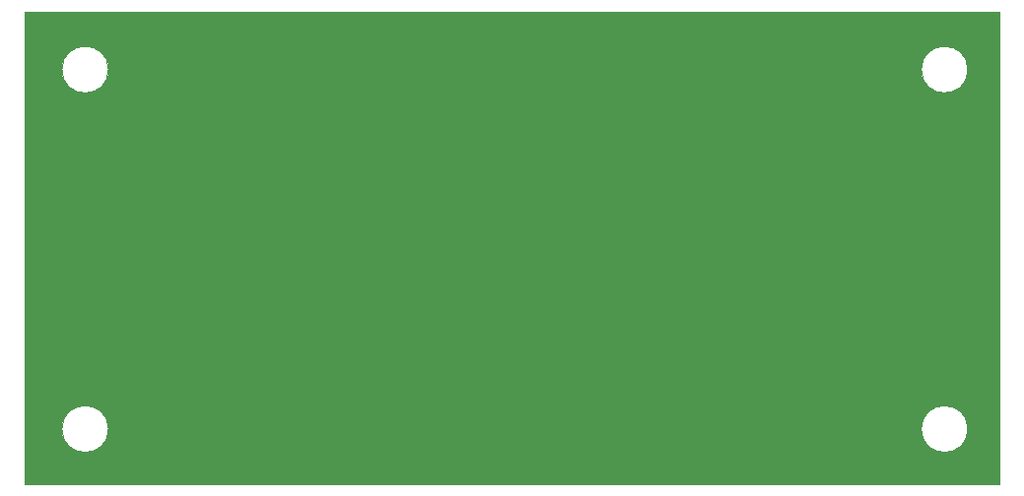
<source format=gm1>
G04 #@! TF.GenerationSoftware,KiCad,Pcbnew,9.0.7*
G04 #@! TF.CreationDate,2026-02-15T14:06:54+01:00*
G04 #@! TF.ProjectId,XR-2208,58522d32-3230-4382-9e6b-696361645f70,rev?*
G04 #@! TF.SameCoordinates,Original*
G04 #@! TF.FileFunction,Profile,NP*
%FSLAX46Y46*%
G04 Gerber Fmt 4.6, Leading zero omitted, Abs format (unit mm)*
G04 Created by KiCad (PCBNEW 9.0.7) date 2026-02-15 14:06:54*
%MOMM*%
%LPD*%
G01*
G04 APERTURE LIST*
G04 #@! TA.AperFunction,Profile*
%ADD10C,0.050000*%
G04 #@! TD*
G04 APERTURE END LIST*
D10*
X96100000Y-83740000D02*
G75*
G02*
X92100000Y-83740000I-2000000J0D01*
G01*
X92100000Y-83740000D02*
G75*
G02*
X96100000Y-83740000I2000000J0D01*
G01*
X170000000Y-83740000D02*
G75*
G02*
X166000000Y-83740000I-2000000J0D01*
G01*
X166000000Y-83740000D02*
G75*
G02*
X170000000Y-83740000I2000000J0D01*
G01*
X88900000Y-78740000D02*
X172720000Y-78740000D01*
X172720000Y-119380000D01*
X88900000Y-119380000D01*
X88900000Y-78740000D01*
X170000000Y-114660000D02*
G75*
G02*
X166000000Y-114660000I-2000000J0D01*
G01*
X166000000Y-114660000D02*
G75*
G02*
X170000000Y-114660000I2000000J0D01*
G01*
X96100000Y-114660000D02*
G75*
G02*
X92100000Y-114660000I-2000000J0D01*
G01*
X92100000Y-114660000D02*
G75*
G02*
X96100000Y-114660000I2000000J0D01*
G01*
G36*
X172663039Y-78759685D02*
G01*
X172708794Y-78812489D01*
X172720000Y-78864000D01*
X172720000Y-119256000D01*
X172700315Y-119323039D01*
X172647511Y-119368794D01*
X172596000Y-119380000D01*
X89024000Y-119380000D01*
X88956961Y-119360315D01*
X88911206Y-119307511D01*
X88900000Y-119256000D01*
X88900000Y-114517140D01*
X92102548Y-114517140D01*
X92102548Y-114802859D01*
X92143209Y-115085669D01*
X92143211Y-115085679D01*
X92223708Y-115359826D01*
X92342393Y-115619710D01*
X92342402Y-115619726D01*
X92496872Y-115860085D01*
X92496878Y-115860092D01*
X92683978Y-116076019D01*
X92683980Y-116076021D01*
X92899907Y-116263121D01*
X92899914Y-116263127D01*
X93140273Y-116417597D01*
X93140289Y-116417606D01*
X93400173Y-116536291D01*
X93674320Y-116616788D01*
X93674330Y-116616790D01*
X93957140Y-116657451D01*
X93957142Y-116657452D01*
X94242858Y-116657452D01*
X94242859Y-116657451D01*
X94525669Y-116616790D01*
X94525679Y-116616788D01*
X94799826Y-116536291D01*
X95059710Y-116417606D01*
X95059726Y-116417597D01*
X95300085Y-116263127D01*
X95300092Y-116263121D01*
X95516019Y-116076021D01*
X95516021Y-116076019D01*
X95703121Y-115860092D01*
X95703127Y-115860085D01*
X95857597Y-115619726D01*
X95857606Y-115619710D01*
X95976291Y-115359826D01*
X96056788Y-115085679D01*
X96056790Y-115085669D01*
X96097452Y-114802857D01*
X96097452Y-114802854D01*
X96100000Y-114660000D01*
X96097452Y-114517145D01*
X96097452Y-114517142D01*
X96097452Y-114517140D01*
X166002548Y-114517140D01*
X166002548Y-114802859D01*
X166043209Y-115085669D01*
X166043211Y-115085679D01*
X166123708Y-115359826D01*
X166242393Y-115619710D01*
X166242402Y-115619726D01*
X166396872Y-115860085D01*
X166396878Y-115860092D01*
X166583978Y-116076019D01*
X166583980Y-116076021D01*
X166799907Y-116263121D01*
X166799914Y-116263127D01*
X167040273Y-116417597D01*
X167040289Y-116417606D01*
X167300173Y-116536291D01*
X167574320Y-116616788D01*
X167574330Y-116616790D01*
X167857140Y-116657451D01*
X167857142Y-116657452D01*
X168142858Y-116657452D01*
X168142859Y-116657451D01*
X168425669Y-116616790D01*
X168425679Y-116616788D01*
X168699826Y-116536291D01*
X168959710Y-116417606D01*
X168959726Y-116417597D01*
X169200085Y-116263127D01*
X169200092Y-116263121D01*
X169416019Y-116076021D01*
X169416021Y-116076019D01*
X169603121Y-115860092D01*
X169603127Y-115860085D01*
X169757597Y-115619726D01*
X169757606Y-115619710D01*
X169876291Y-115359826D01*
X169956788Y-115085679D01*
X169956790Y-115085669D01*
X169997452Y-114802857D01*
X169997452Y-114802854D01*
X170000000Y-114660000D01*
X169997452Y-114517145D01*
X169997452Y-114517142D01*
X169956790Y-114234330D01*
X169956788Y-114234320D01*
X169876291Y-113960173D01*
X169757606Y-113700289D01*
X169757597Y-113700273D01*
X169603127Y-113459914D01*
X169603121Y-113459907D01*
X169416021Y-113243980D01*
X169416019Y-113243978D01*
X169200092Y-113056878D01*
X169200085Y-113056872D01*
X168959726Y-112902402D01*
X168959710Y-112902393D01*
X168699826Y-112783708D01*
X168425679Y-112703211D01*
X168425669Y-112703209D01*
X168142859Y-112662548D01*
X167857140Y-112662548D01*
X167574330Y-112703209D01*
X167574320Y-112703211D01*
X167300173Y-112783708D01*
X167040289Y-112902393D01*
X167040273Y-112902402D01*
X166799914Y-113056872D01*
X166799907Y-113056878D01*
X166583980Y-113243978D01*
X166583978Y-113243980D01*
X166396878Y-113459907D01*
X166396872Y-113459914D01*
X166242402Y-113700273D01*
X166242393Y-113700289D01*
X166123708Y-113960173D01*
X166043211Y-114234320D01*
X166043209Y-114234330D01*
X166002548Y-114517140D01*
X96097452Y-114517140D01*
X96056790Y-114234330D01*
X96056788Y-114234320D01*
X95976291Y-113960173D01*
X95857606Y-113700289D01*
X95857597Y-113700273D01*
X95703127Y-113459914D01*
X95703121Y-113459907D01*
X95516021Y-113243980D01*
X95516019Y-113243978D01*
X95300092Y-113056878D01*
X95300085Y-113056872D01*
X95059726Y-112902402D01*
X95059710Y-112902393D01*
X94799826Y-112783708D01*
X94525679Y-112703211D01*
X94525669Y-112703209D01*
X94242859Y-112662548D01*
X93957140Y-112662548D01*
X93674330Y-112703209D01*
X93674320Y-112703211D01*
X93400173Y-112783708D01*
X93140289Y-112902393D01*
X93140273Y-112902402D01*
X92899914Y-113056872D01*
X92899907Y-113056878D01*
X92683980Y-113243978D01*
X92683978Y-113243980D01*
X92496878Y-113459907D01*
X92496872Y-113459914D01*
X92342402Y-113700273D01*
X92342393Y-113700289D01*
X92223708Y-113960173D01*
X92143211Y-114234320D01*
X92143209Y-114234330D01*
X92102548Y-114517140D01*
X88900000Y-114517140D01*
X88900000Y-83597140D01*
X92102548Y-83597140D01*
X92102548Y-83882859D01*
X92143209Y-84165669D01*
X92143211Y-84165679D01*
X92223708Y-84439826D01*
X92342393Y-84699710D01*
X92342402Y-84699726D01*
X92496872Y-84940085D01*
X92496878Y-84940092D01*
X92683978Y-85156019D01*
X92683980Y-85156021D01*
X92899907Y-85343121D01*
X92899914Y-85343127D01*
X93140273Y-85497597D01*
X93140289Y-85497606D01*
X93400173Y-85616291D01*
X93674320Y-85696788D01*
X93674330Y-85696790D01*
X93957140Y-85737451D01*
X93957142Y-85737452D01*
X94242858Y-85737452D01*
X94242859Y-85737451D01*
X94525669Y-85696790D01*
X94525679Y-85696788D01*
X94799826Y-85616291D01*
X95059710Y-85497606D01*
X95059726Y-85497597D01*
X95300085Y-85343127D01*
X95300092Y-85343121D01*
X95516019Y-85156021D01*
X95516021Y-85156019D01*
X95703121Y-84940092D01*
X95703127Y-84940085D01*
X95857597Y-84699726D01*
X95857606Y-84699710D01*
X95976291Y-84439826D01*
X96056788Y-84165679D01*
X96056790Y-84165669D01*
X96097452Y-83882857D01*
X96097452Y-83882854D01*
X96100000Y-83740000D01*
X96097452Y-83597145D01*
X96097452Y-83597142D01*
X96097452Y-83597140D01*
X166002548Y-83597140D01*
X166002548Y-83882859D01*
X166043209Y-84165669D01*
X166043211Y-84165679D01*
X166123708Y-84439826D01*
X166242393Y-84699710D01*
X166242402Y-84699726D01*
X166396872Y-84940085D01*
X166396878Y-84940092D01*
X166583978Y-85156019D01*
X166583980Y-85156021D01*
X166799907Y-85343121D01*
X166799914Y-85343127D01*
X167040273Y-85497597D01*
X167040289Y-85497606D01*
X167300173Y-85616291D01*
X167574320Y-85696788D01*
X167574330Y-85696790D01*
X167857140Y-85737451D01*
X167857142Y-85737452D01*
X168142858Y-85737452D01*
X168142859Y-85737451D01*
X168425669Y-85696790D01*
X168425679Y-85696788D01*
X168699826Y-85616291D01*
X168959710Y-85497606D01*
X168959726Y-85497597D01*
X169200085Y-85343127D01*
X169200092Y-85343121D01*
X169416019Y-85156021D01*
X169416021Y-85156019D01*
X169603121Y-84940092D01*
X169603127Y-84940085D01*
X169757597Y-84699726D01*
X169757606Y-84699710D01*
X169876291Y-84439826D01*
X169956788Y-84165679D01*
X169956790Y-84165669D01*
X169997452Y-83882857D01*
X169997452Y-83882854D01*
X170000000Y-83740000D01*
X169997452Y-83597145D01*
X169997452Y-83597142D01*
X169956790Y-83314330D01*
X169956788Y-83314320D01*
X169876291Y-83040173D01*
X169757606Y-82780289D01*
X169757597Y-82780273D01*
X169603127Y-82539914D01*
X169603121Y-82539907D01*
X169416021Y-82323980D01*
X169416019Y-82323978D01*
X169200092Y-82136878D01*
X169200085Y-82136872D01*
X168959726Y-81982402D01*
X168959710Y-81982393D01*
X168699826Y-81863708D01*
X168425679Y-81783211D01*
X168425669Y-81783209D01*
X168142859Y-81742548D01*
X167857140Y-81742548D01*
X167574330Y-81783209D01*
X167574320Y-81783211D01*
X167300173Y-81863708D01*
X167040289Y-81982393D01*
X167040273Y-81982402D01*
X166799914Y-82136872D01*
X166799907Y-82136878D01*
X166583980Y-82323978D01*
X166583978Y-82323980D01*
X166396878Y-82539907D01*
X166396872Y-82539914D01*
X166242402Y-82780273D01*
X166242393Y-82780289D01*
X166123708Y-83040173D01*
X166043211Y-83314320D01*
X166043209Y-83314330D01*
X166002548Y-83597140D01*
X96097452Y-83597140D01*
X96056790Y-83314330D01*
X96056788Y-83314320D01*
X95976291Y-83040173D01*
X95857606Y-82780289D01*
X95857597Y-82780273D01*
X95703127Y-82539914D01*
X95703121Y-82539907D01*
X95516021Y-82323980D01*
X95516019Y-82323978D01*
X95300092Y-82136878D01*
X95300085Y-82136872D01*
X95059726Y-81982402D01*
X95059710Y-81982393D01*
X94799826Y-81863708D01*
X94525679Y-81783211D01*
X94525669Y-81783209D01*
X94242859Y-81742548D01*
X93957140Y-81742548D01*
X93674330Y-81783209D01*
X93674320Y-81783211D01*
X93400173Y-81863708D01*
X93140289Y-81982393D01*
X93140273Y-81982402D01*
X92899914Y-82136872D01*
X92899907Y-82136878D01*
X92683980Y-82323978D01*
X92683978Y-82323980D01*
X92496878Y-82539907D01*
X92496872Y-82539914D01*
X92342402Y-82780273D01*
X92342393Y-82780289D01*
X92223708Y-83040173D01*
X92143211Y-83314320D01*
X92143209Y-83314330D01*
X92102548Y-83597140D01*
X88900000Y-83597140D01*
X88900000Y-78864000D01*
X88919685Y-78796961D01*
X88972489Y-78751206D01*
X89024000Y-78740000D01*
X172596000Y-78740000D01*
X172663039Y-78759685D01*
G37*
M02*

</source>
